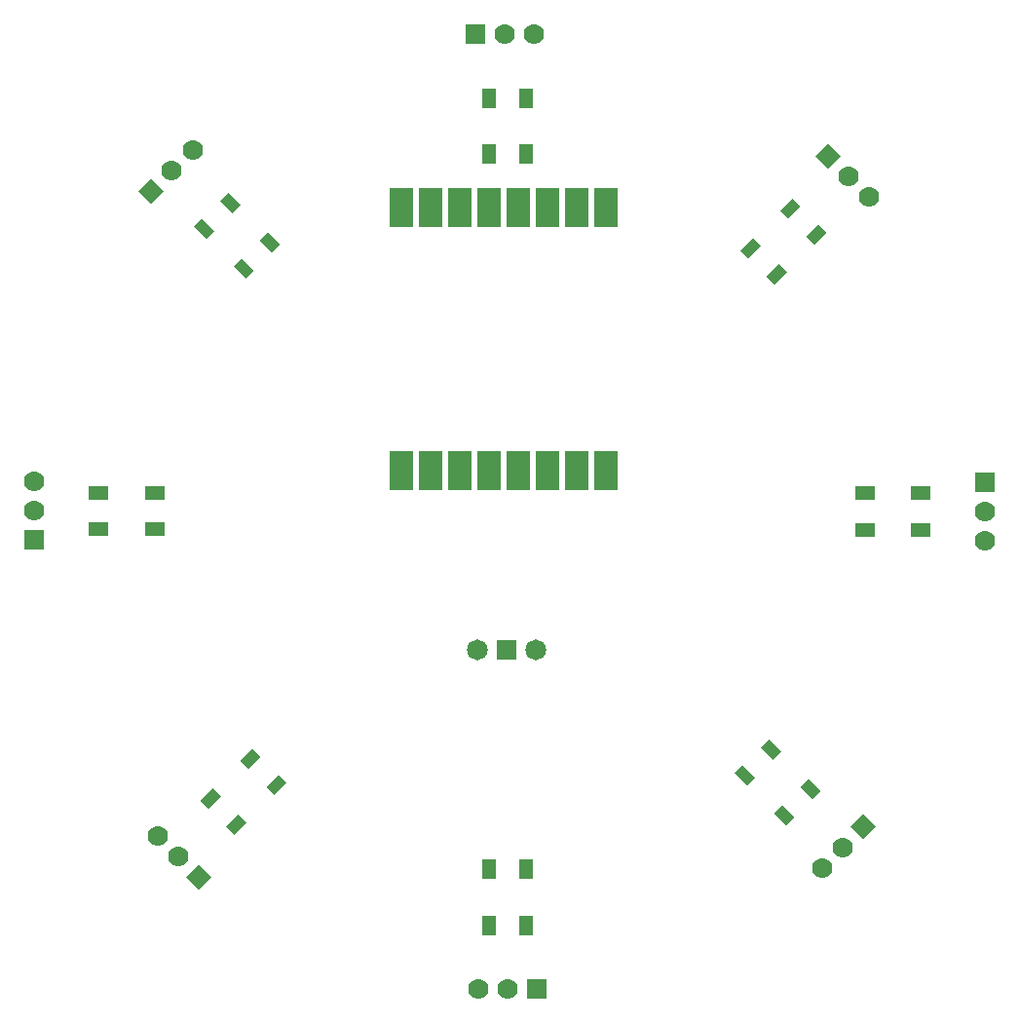
<source format=gts>
G04 ---------------------------- Layer name :TOP SOLDER LAYER*
G04 easyEDA 0.1*
G04 Scale: 100 percent, Rotated: No, Reflected: No *
G04 Dimensions in inches *
G04 leading zeros omitted , absolute positions ,2 integer and 4 * 
%FSLAX24Y24*%
%MOIN*%
G90*
G70D02*

%ADD12R,0.080000X0.137600*%
%ADD13R,0.067100X0.047400*%
%ADD14R,0.047400X0.067100*%
%ADD15C,0.071500*%
%ADD17R,0.071500X0.071500*%
%ADD18C,0.070000*%
%ADD20R,0.070000X0.070000*%

%LPD*%
G54D12*
G01X14118Y19078D03*
G01X21118Y28078D03*
G01X20118Y28078D03*
G01X19118Y28078D03*
G01X18118Y28078D03*
G01X17118Y28078D03*
G01X16118Y28078D03*
G01X15118Y28078D03*
G01X14118Y28078D03*
G01X21118Y19078D03*
G01X20118Y19078D03*
G01X19118Y19078D03*
G01X18118Y19078D03*
G01X17118Y19078D03*
G01X16118Y19078D03*
G01X15118Y19078D03*
G36*
G01X25703Y26621D02*
G01X26121Y27039D01*
G01X26400Y26761D01*
G01X25982Y26343D01*
G01X25703Y26621D01*
G37*
G36*
G01X27061Y27979D02*
G01X27479Y28397D01*
G01X27758Y28118D01*
G01X27340Y27701D01*
G01X27061Y27979D01*
G37*
G36*
G01X27952Y27088D02*
G01X28370Y27506D01*
G01X28648Y27227D01*
G01X28231Y26809D01*
G01X27952Y27088D01*
G37*
G36*
G01X26594Y25730D02*
G01X27012Y26148D01*
G01X27291Y25870D01*
G01X26873Y25452D01*
G01X26594Y25730D01*
G37*
G54D13*
G01X29965Y18306D03*
G01X31885Y18306D03*
G01X31885Y17046D03*
G01X29965Y17046D03*
G36*
G01X26676Y9892D02*
G01X27094Y9475D01*
G01X26815Y9196D01*
G01X26397Y9614D01*
G01X26676Y9892D01*
G37*
G36*
G01X28034Y8535D02*
G01X28452Y8117D01*
G01X28173Y7838D01*
G01X27755Y8256D01*
G01X28034Y8535D01*
G37*
G36*
G01X27143Y7644D02*
G01X27561Y7226D01*
G01X27282Y6947D01*
G01X26864Y7365D01*
G01X27143Y7644D01*
G37*
G36*
G01X25785Y9001D02*
G01X26203Y8584D01*
G01X25924Y8305D01*
G01X25506Y8723D01*
G01X25785Y9001D01*
G37*
G54D14*
G01X18357Y5443D03*
G01X18357Y3523D03*
G01X17097Y3523D03*
G01X17097Y5443D03*
G36*
G01X10172Y8403D02*
G01X9754Y7985D01*
G01X9475Y8264D01*
G01X9893Y8682D01*
G01X10172Y8403D01*
G37*
G36*
G01X8814Y7045D02*
G01X8396Y6627D01*
G01X8118Y6906D01*
G01X8536Y7324D01*
G01X8814Y7045D01*
G37*
G36*
G01X7923Y7936D02*
G01X7505Y7518D01*
G01X7227Y7797D01*
G01X7645Y8215D01*
G01X7923Y7936D01*
G37*
G36*
G01X9281Y9294D02*
G01X8863Y8876D01*
G01X8584Y9155D01*
G01X9002Y9573D01*
G01X9281Y9294D01*
G37*
G54D13*
G01X5660Y17069D03*
G01X3739Y17069D03*
G01X3739Y18330D03*
G01X5660Y18330D03*
G36*
G01X8778Y25649D02*
G01X8360Y26067D01*
G01X8639Y26346D01*
G01X9057Y25928D01*
G01X8778Y25649D01*
G37*
G36*
G01X7421Y27007D02*
G01X7003Y27425D01*
G01X7281Y27703D01*
G01X7699Y27285D01*
G01X7421Y27007D01*
G37*
G36*
G01X8311Y27898D02*
G01X7894Y28315D01*
G01X8172Y28594D01*
G01X8590Y28176D01*
G01X8311Y27898D01*
G37*
G36*
G01X9669Y26540D02*
G01X9251Y26958D01*
G01X9530Y27236D01*
G01X9948Y26819D01*
G01X9669Y26540D01*
G37*
G54D14*
G01X17097Y29901D03*
G01X17097Y31821D03*
G01X18357Y31821D03*
G01X18357Y29901D03*
G54D15*
G01X16707Y12963D03*
G54D17*
G01X17707Y12963D03*
G54D15*
G01X18707Y12963D03*
G54D18*
G01X28500Y5486D03*
G01X29206Y6194D03*
G36*
G01X30351Y6901D02*
G01X29913Y6462D01*
G01X29474Y6901D01*
G01X29913Y7339D01*
G01X30351Y6901D01*
G37*
G01X16727Y1334D03*
G01X17727Y1334D03*
G54D20*
G01X18727Y1334D03*
G54D18*
G01X5765Y6580D03*
G01X6472Y5873D03*
G36*
G01X7180Y4727D02*
G01X6742Y5166D01*
G01X7180Y5604D01*
G01X7618Y5166D01*
G01X7180Y4727D01*
G37*
G01X1550Y18700D03*
G01X1550Y17700D03*
G54D20*
G01X1550Y16700D03*
G54D18*
G01X6956Y30055D03*
G01X6248Y29348D03*
G36*
G01X5103Y28642D02*
G01X5541Y29080D01*
G01X5980Y28642D01*
G01X5541Y28203D01*
G01X5103Y28642D01*
G37*
G01X18627Y34011D03*
G01X17627Y34011D03*
G54D20*
G01X16627Y34011D03*
G54D18*
G01X30110Y28444D03*
G01X29402Y29151D03*
G36*
G01X28696Y30297D02*
G01X29134Y29859D01*
G01X28696Y29421D01*
G01X28257Y29859D01*
G01X28696Y30297D01*
G37*
G01X34067Y16671D03*
G01X34067Y17671D03*
G54D20*
G01X34075Y18676D03*

M00*
M02*
</source>
